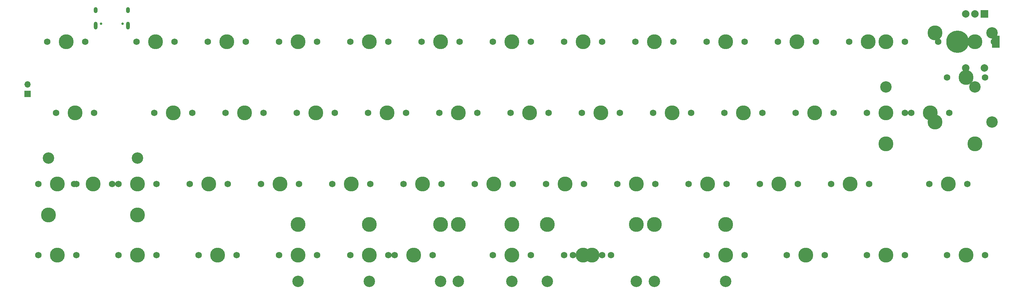
<source format=gbr>
%TF.GenerationSoftware,KiCad,Pcbnew,5.1.10-88a1d61d58~90~ubuntu20.04.1*%
%TF.CreationDate,2021-09-07T19:06:16-07:00*%
%TF.ProjectId,bkc40,626b6334-302e-46b6-9963-61645f706362,rev?*%
%TF.SameCoordinates,Original*%
%TF.FileFunction,Soldermask,Top*%
%TF.FilePolarity,Negative*%
%FSLAX46Y46*%
G04 Gerber Fmt 4.6, Leading zero omitted, Abs format (unit mm)*
G04 Created by KiCad (PCBNEW 5.1.10-88a1d61d58~90~ubuntu20.04.1) date 2021-09-07 19:06:16*
%MOMM*%
%LPD*%
G01*
G04 APERTURE LIST*
%ADD10R,2.000000X2.000000*%
%ADD11C,2.000000*%
%ADD12R,2.000000X3.200000*%
%ADD13C,6.000000*%
%ADD14C,3.987800*%
%ADD15C,3.048000*%
%ADD16C,1.750000*%
%ADD17O,1.000000X1.600000*%
%ADD18O,1.000000X2.100000*%
%ADD19C,0.650000*%
%ADD20O,1.700000X1.700000*%
%ADD21R,1.700000X1.700000*%
G04 APERTURE END LIST*
D10*
%TO.C,SW56*%
X373987000Y-81400000D03*
D11*
X371487000Y-81400000D03*
X368987000Y-81400000D03*
D12*
X377087000Y-88900000D03*
X365887000Y-88900000D03*
D11*
X373987000Y-95900000D03*
X368987000Y-95900000D03*
%TD*%
D13*
%TO.C,REF\u002A\u002A*%
X366776000Y-88900000D03*
%TD*%
D14*
%TO.C,SW28*%
X360838750Y-86487000D03*
X360838750Y-110363000D03*
D15*
X376078750Y-86487000D03*
X376078750Y-110363000D03*
D16*
X374173750Y-98425000D03*
X364013750Y-98425000D03*
D14*
X369093750Y-98425000D03*
%TD*%
D17*
%TO.C,USB1*%
X145073000Y-80376000D03*
X136433000Y-80376000D03*
D18*
X145073000Y-84556000D03*
X136433000Y-84556000D03*
D19*
X137863000Y-84026000D03*
X143643000Y-84026000D03*
%TD*%
D20*
%TO.C,J1*%
X118237000Y-100330000D03*
D21*
X118237000Y-102870000D03*
%TD*%
D14*
%TO.C,SW55*%
X304800000Y-137795000D03*
X190500000Y-137795000D03*
D15*
X304800000Y-153035000D03*
X190500000Y-153035000D03*
D16*
X252730000Y-146050000D03*
X242570000Y-146050000D03*
D14*
X247650000Y-146050000D03*
%TD*%
%TO.C,SW57*%
X371475000Y-116205000D03*
X347662500Y-116205000D03*
D15*
X371475000Y-100965000D03*
X347662500Y-100965000D03*
D16*
X364648750Y-107950000D03*
X354488750Y-107950000D03*
D14*
X359568750Y-107950000D03*
%TD*%
D16*
%TO.C,SW15*%
X371792500Y-88900000D03*
X361632500Y-88900000D03*
D14*
X366712500Y-88900000D03*
%TD*%
D16*
%TO.C,SW1*%
X352742500Y-88900000D03*
X342582500Y-88900000D03*
D14*
X347662500Y-88900000D03*
%TD*%
%TO.C,SW54*%
X285750000Y-137795000D03*
X247650000Y-137795000D03*
D15*
X285750000Y-153035000D03*
X247650000Y-153035000D03*
D16*
X271780000Y-146050000D03*
X261620000Y-146050000D03*
D14*
X266700000Y-146050000D03*
%TD*%
%TO.C,SW53*%
X228600000Y-137795000D03*
X190500000Y-137795000D03*
D15*
X228600000Y-153035000D03*
X190500000Y-153035000D03*
D16*
X214630000Y-146050000D03*
X204470000Y-146050000D03*
D14*
X209550000Y-146050000D03*
%TD*%
D16*
%TO.C,SW52*%
X374173750Y-146050000D03*
X364013750Y-146050000D03*
D14*
X369093750Y-146050000D03*
%TD*%
D16*
%TO.C,SW51*%
X352742500Y-146050000D03*
X342582500Y-146050000D03*
D14*
X347662500Y-146050000D03*
%TD*%
D16*
%TO.C,SW50*%
X331311250Y-146050000D03*
X321151250Y-146050000D03*
D14*
X326231250Y-146050000D03*
%TD*%
D16*
%TO.C,SW49*%
X309880000Y-146050000D03*
X299720000Y-146050000D03*
D14*
X304800000Y-146050000D03*
%TD*%
%TO.C,SW48*%
X280987500Y-137795000D03*
X257175000Y-137795000D03*
D15*
X280987500Y-153035000D03*
X257175000Y-153035000D03*
D16*
X274161250Y-146050000D03*
X264001250Y-146050000D03*
D14*
X269081250Y-146050000D03*
%TD*%
%TO.C,SW47*%
X233362500Y-137795000D03*
X209550000Y-137795000D03*
D15*
X233362500Y-153035000D03*
X209550000Y-153035000D03*
D16*
X226536250Y-146050000D03*
X216376250Y-146050000D03*
D14*
X221456250Y-146050000D03*
%TD*%
D16*
%TO.C,SW46*%
X195580000Y-146050000D03*
X185420000Y-146050000D03*
D14*
X190500000Y-146050000D03*
%TD*%
D16*
%TO.C,SW45*%
X174148750Y-146050000D03*
X163988750Y-146050000D03*
D14*
X169068750Y-146050000D03*
%TD*%
D16*
%TO.C,SW44*%
X152717500Y-146050000D03*
X142557500Y-146050000D03*
D14*
X147637500Y-146050000D03*
%TD*%
D16*
%TO.C,SW43*%
X131286250Y-146050000D03*
X121126250Y-146050000D03*
D14*
X126206250Y-146050000D03*
%TD*%
D16*
%TO.C,SW42*%
X369411250Y-127000000D03*
X359251250Y-127000000D03*
D14*
X364331250Y-127000000D03*
%TD*%
D16*
%TO.C,SW41*%
X343217500Y-127000000D03*
X333057500Y-127000000D03*
D14*
X338137500Y-127000000D03*
%TD*%
D16*
%TO.C,SW40*%
X324167500Y-127000000D03*
X314007500Y-127000000D03*
D14*
X319087500Y-127000000D03*
%TD*%
D16*
%TO.C,SW39*%
X305117500Y-127000000D03*
X294957500Y-127000000D03*
D14*
X300037500Y-127000000D03*
%TD*%
D16*
%TO.C,SW38*%
X286067500Y-127000000D03*
X275907500Y-127000000D03*
D14*
X280987500Y-127000000D03*
%TD*%
D16*
%TO.C,SW37*%
X267017500Y-127000000D03*
X256857500Y-127000000D03*
D14*
X261937500Y-127000000D03*
%TD*%
D16*
%TO.C,SW36*%
X247967500Y-127000000D03*
X237807500Y-127000000D03*
D14*
X242887500Y-127000000D03*
%TD*%
D16*
%TO.C,SW35*%
X228917500Y-127000000D03*
X218757500Y-127000000D03*
D14*
X223837500Y-127000000D03*
%TD*%
D16*
%TO.C,SW34*%
X209867500Y-127000000D03*
X199707500Y-127000000D03*
D14*
X204787500Y-127000000D03*
%TD*%
D16*
%TO.C,SW33*%
X190817500Y-127000000D03*
X180657500Y-127000000D03*
D14*
X185737500Y-127000000D03*
%TD*%
D16*
%TO.C,SW32*%
X171767500Y-127000000D03*
X161607500Y-127000000D03*
D14*
X166687500Y-127000000D03*
%TD*%
D16*
%TO.C,SW31*%
X152717500Y-127000000D03*
X142557500Y-127000000D03*
D14*
X147637500Y-127000000D03*
%TD*%
D16*
%TO.C,SW30*%
X131286250Y-127000000D03*
X121126250Y-127000000D03*
D14*
X126206250Y-127000000D03*
%TD*%
%TO.C,SW29*%
X147637500Y-135255000D03*
X123825000Y-135255000D03*
D15*
X147637500Y-120015000D03*
X123825000Y-120015000D03*
D16*
X140811250Y-127000000D03*
X130651250Y-127000000D03*
D14*
X135731250Y-127000000D03*
%TD*%
D16*
%TO.C,SW27*%
X352742500Y-107950000D03*
X342582500Y-107950000D03*
D14*
X347662500Y-107950000D03*
%TD*%
D16*
%TO.C,SW26*%
X333692500Y-107950000D03*
X323532500Y-107950000D03*
D14*
X328612500Y-107950000D03*
%TD*%
D16*
%TO.C,SW25*%
X314642500Y-107950000D03*
X304482500Y-107950000D03*
D14*
X309562500Y-107950000D03*
%TD*%
D16*
%TO.C,SW24*%
X295592500Y-107950000D03*
X285432500Y-107950000D03*
D14*
X290512500Y-107950000D03*
%TD*%
D16*
%TO.C,SW23*%
X276542500Y-107950000D03*
X266382500Y-107950000D03*
D14*
X271462500Y-107950000D03*
%TD*%
D16*
%TO.C,SW22*%
X257492500Y-107950000D03*
X247332500Y-107950000D03*
D14*
X252412500Y-107950000D03*
%TD*%
D16*
%TO.C,SW21*%
X238442500Y-107950000D03*
X228282500Y-107950000D03*
D14*
X233362500Y-107950000D03*
%TD*%
D16*
%TO.C,SW20*%
X219392500Y-107950000D03*
X209232500Y-107950000D03*
D14*
X214312500Y-107950000D03*
%TD*%
D16*
%TO.C,SW19*%
X200342500Y-107950000D03*
X190182500Y-107950000D03*
D14*
X195262500Y-107950000D03*
%TD*%
D16*
%TO.C,SW18*%
X181292500Y-107950000D03*
X171132500Y-107950000D03*
D14*
X176212500Y-107950000D03*
%TD*%
D16*
%TO.C,SW17*%
X162242500Y-107950000D03*
X152082500Y-107950000D03*
D14*
X157162500Y-107950000D03*
%TD*%
D16*
%TO.C,SW16*%
X136048750Y-107950000D03*
X125888750Y-107950000D03*
D14*
X130968750Y-107950000D03*
%TD*%
D16*
%TO.C,SW14*%
X347980000Y-88900000D03*
X337820000Y-88900000D03*
D14*
X342900000Y-88900000D03*
%TD*%
D16*
%TO.C,SW13*%
X328930000Y-88900000D03*
X318770000Y-88900000D03*
D14*
X323850000Y-88900000D03*
%TD*%
D16*
%TO.C,SW12*%
X309880000Y-88900000D03*
X299720000Y-88900000D03*
D14*
X304800000Y-88900000D03*
%TD*%
D16*
%TO.C,SW11*%
X290830000Y-88900000D03*
X280670000Y-88900000D03*
D14*
X285750000Y-88900000D03*
%TD*%
D16*
%TO.C,SW10*%
X271780000Y-88900000D03*
X261620000Y-88900000D03*
D14*
X266700000Y-88900000D03*
%TD*%
D16*
%TO.C,SW9*%
X252730000Y-88900000D03*
X242570000Y-88900000D03*
D14*
X247650000Y-88900000D03*
%TD*%
D16*
%TO.C,SW8*%
X233680000Y-88900000D03*
X223520000Y-88900000D03*
D14*
X228600000Y-88900000D03*
%TD*%
D16*
%TO.C,SW7*%
X214630000Y-88900000D03*
X204470000Y-88900000D03*
D14*
X209550000Y-88900000D03*
%TD*%
D16*
%TO.C,SW6*%
X195580000Y-88900000D03*
X185420000Y-88900000D03*
D14*
X190500000Y-88900000D03*
%TD*%
D16*
%TO.C,SW5*%
X176530000Y-88900000D03*
X166370000Y-88900000D03*
D14*
X171450000Y-88900000D03*
%TD*%
D16*
%TO.C,SW4*%
X157480000Y-88900000D03*
X147320000Y-88900000D03*
D14*
X152400000Y-88900000D03*
%TD*%
D16*
%TO.C,SW3*%
X133667500Y-88900000D03*
X123507500Y-88900000D03*
D14*
X128587500Y-88900000D03*
%TD*%
D16*
%TO.C,SW2*%
X376555000Y-88900000D03*
X366395000Y-88900000D03*
D14*
X371475000Y-88900000D03*
%TD*%
M02*

</source>
